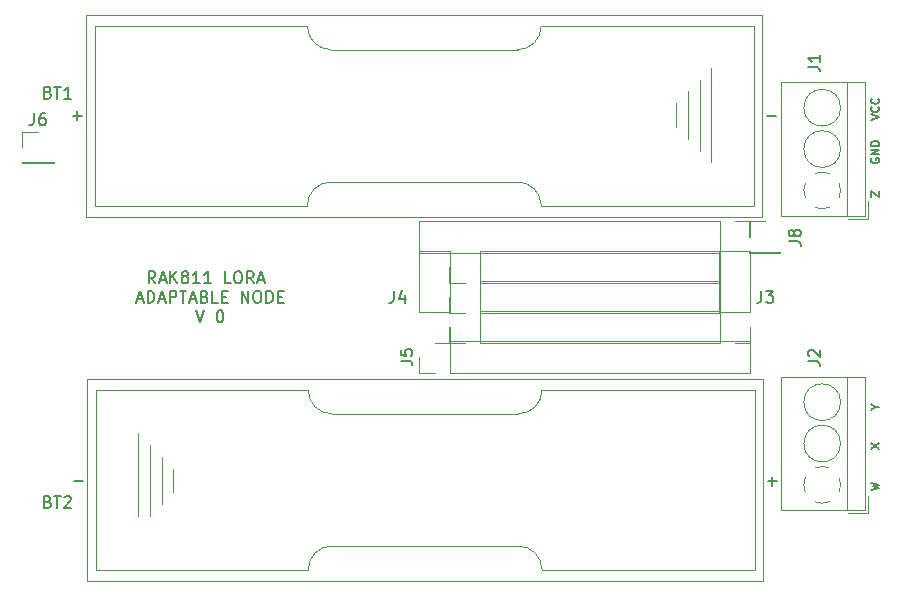
<source format=gbr>
G04 #@! TF.GenerationSoftware,KiCad,Pcbnew,5.1.5-52549c5~86~ubuntu18.04.1*
G04 #@! TF.CreationDate,2020-08-17T23:59:02-05:00*
G04 #@! TF.ProjectId,RAK811_LORA_ADAPTABLE_NODE,52414b38-3131-45f4-9c4f-52415f414441,rev?*
G04 #@! TF.SameCoordinates,Original*
G04 #@! TF.FileFunction,Legend,Top*
G04 #@! TF.FilePolarity,Positive*
%FSLAX46Y46*%
G04 Gerber Fmt 4.6, Leading zero omitted, Abs format (unit mm)*
G04 Created by KiCad (PCBNEW 5.1.5-52549c5~86~ubuntu18.04.1) date 2020-08-17 23:59:02*
%MOMM*%
%LPD*%
G04 APERTURE LIST*
%ADD10C,0.150000*%
%ADD11C,0.120000*%
%ADD12O,1.802000X1.802000*%
%ADD13C,1.802000*%
%ADD14C,2.502000*%
%ADD15R,2.502000X2.502000*%
%ADD16C,2.102000*%
%ADD17C,2.742000*%
%ADD18C,3.102000*%
G04 APERTURE END LIST*
D10*
X174041666Y-140760000D02*
X174741666Y-140593333D01*
X174241666Y-140460000D01*
X174741666Y-140326666D01*
X174041666Y-140160000D01*
X174041666Y-137293333D02*
X174741666Y-136826666D01*
X174041666Y-136826666D02*
X174741666Y-137293333D01*
X174408333Y-133760000D02*
X174741666Y-133760000D01*
X174041666Y-133993333D02*
X174408333Y-133760000D01*
X174041666Y-133526666D01*
X174041666Y-115926666D02*
X174041666Y-115460000D01*
X174741666Y-115926666D01*
X174741666Y-115460000D01*
X174075000Y-112693333D02*
X174041666Y-112760000D01*
X174041666Y-112860000D01*
X174075000Y-112960000D01*
X174141666Y-113026666D01*
X174208333Y-113060000D01*
X174341666Y-113093333D01*
X174441666Y-113093333D01*
X174575000Y-113060000D01*
X174641666Y-113026666D01*
X174708333Y-112960000D01*
X174741666Y-112860000D01*
X174741666Y-112793333D01*
X174708333Y-112693333D01*
X174675000Y-112660000D01*
X174441666Y-112660000D01*
X174441666Y-112793333D01*
X174741666Y-112360000D02*
X174041666Y-112360000D01*
X174741666Y-111960000D01*
X174041666Y-111960000D01*
X174741666Y-111626666D02*
X174041666Y-111626666D01*
X174041666Y-111460000D01*
X174075000Y-111360000D01*
X174141666Y-111293333D01*
X174208333Y-111260000D01*
X174341666Y-111226666D01*
X174441666Y-111226666D01*
X174575000Y-111260000D01*
X174641666Y-111293333D01*
X174708333Y-111360000D01*
X174741666Y-111460000D01*
X174741666Y-111626666D01*
X174041666Y-109426666D02*
X174741666Y-109193333D01*
X174041666Y-108960000D01*
X174675000Y-108326666D02*
X174708333Y-108360000D01*
X174741666Y-108460000D01*
X174741666Y-108526666D01*
X174708333Y-108626666D01*
X174641666Y-108693333D01*
X174575000Y-108726666D01*
X174441666Y-108760000D01*
X174341666Y-108760000D01*
X174208333Y-108726666D01*
X174141666Y-108693333D01*
X174075000Y-108626666D01*
X174041666Y-108526666D01*
X174041666Y-108460000D01*
X174075000Y-108360000D01*
X174108333Y-108326666D01*
X174675000Y-107626666D02*
X174708333Y-107660000D01*
X174741666Y-107760000D01*
X174741666Y-107826666D01*
X174708333Y-107926666D01*
X174641666Y-107993333D01*
X174575000Y-108026666D01*
X174441666Y-108060000D01*
X174341666Y-108060000D01*
X174208333Y-108026666D01*
X174141666Y-107993333D01*
X174075000Y-107926666D01*
X174041666Y-107826666D01*
X174041666Y-107760000D01*
X174075000Y-107660000D01*
X174108333Y-107626666D01*
X113443333Y-123262380D02*
X113110000Y-122786190D01*
X112871904Y-123262380D02*
X112871904Y-122262380D01*
X113252857Y-122262380D01*
X113348095Y-122310000D01*
X113395714Y-122357619D01*
X113443333Y-122452857D01*
X113443333Y-122595714D01*
X113395714Y-122690952D01*
X113348095Y-122738571D01*
X113252857Y-122786190D01*
X112871904Y-122786190D01*
X113824285Y-122976666D02*
X114300476Y-122976666D01*
X113729047Y-123262380D02*
X114062380Y-122262380D01*
X114395714Y-123262380D01*
X114729047Y-123262380D02*
X114729047Y-122262380D01*
X115300476Y-123262380D02*
X114871904Y-122690952D01*
X115300476Y-122262380D02*
X114729047Y-122833809D01*
X115871904Y-122690952D02*
X115776666Y-122643333D01*
X115729047Y-122595714D01*
X115681428Y-122500476D01*
X115681428Y-122452857D01*
X115729047Y-122357619D01*
X115776666Y-122310000D01*
X115871904Y-122262380D01*
X116062380Y-122262380D01*
X116157619Y-122310000D01*
X116205238Y-122357619D01*
X116252857Y-122452857D01*
X116252857Y-122500476D01*
X116205238Y-122595714D01*
X116157619Y-122643333D01*
X116062380Y-122690952D01*
X115871904Y-122690952D01*
X115776666Y-122738571D01*
X115729047Y-122786190D01*
X115681428Y-122881428D01*
X115681428Y-123071904D01*
X115729047Y-123167142D01*
X115776666Y-123214761D01*
X115871904Y-123262380D01*
X116062380Y-123262380D01*
X116157619Y-123214761D01*
X116205238Y-123167142D01*
X116252857Y-123071904D01*
X116252857Y-122881428D01*
X116205238Y-122786190D01*
X116157619Y-122738571D01*
X116062380Y-122690952D01*
X117205238Y-123262380D02*
X116633809Y-123262380D01*
X116919523Y-123262380D02*
X116919523Y-122262380D01*
X116824285Y-122405238D01*
X116729047Y-122500476D01*
X116633809Y-122548095D01*
X118157619Y-123262380D02*
X117586190Y-123262380D01*
X117871904Y-123262380D02*
X117871904Y-122262380D01*
X117776666Y-122405238D01*
X117681428Y-122500476D01*
X117586190Y-122548095D01*
X119824285Y-123262380D02*
X119348095Y-123262380D01*
X119348095Y-122262380D01*
X120348095Y-122262380D02*
X120538571Y-122262380D01*
X120633809Y-122310000D01*
X120729047Y-122405238D01*
X120776666Y-122595714D01*
X120776666Y-122929047D01*
X120729047Y-123119523D01*
X120633809Y-123214761D01*
X120538571Y-123262380D01*
X120348095Y-123262380D01*
X120252857Y-123214761D01*
X120157619Y-123119523D01*
X120110000Y-122929047D01*
X120110000Y-122595714D01*
X120157619Y-122405238D01*
X120252857Y-122310000D01*
X120348095Y-122262380D01*
X121776666Y-123262380D02*
X121443333Y-122786190D01*
X121205238Y-123262380D02*
X121205238Y-122262380D01*
X121586190Y-122262380D01*
X121681428Y-122310000D01*
X121729047Y-122357619D01*
X121776666Y-122452857D01*
X121776666Y-122595714D01*
X121729047Y-122690952D01*
X121681428Y-122738571D01*
X121586190Y-122786190D01*
X121205238Y-122786190D01*
X122157619Y-122976666D02*
X122633809Y-122976666D01*
X122062380Y-123262380D02*
X122395714Y-122262380D01*
X122729047Y-123262380D01*
X111895714Y-124626666D02*
X112371904Y-124626666D01*
X111800476Y-124912380D02*
X112133809Y-123912380D01*
X112467142Y-124912380D01*
X112800476Y-124912380D02*
X112800476Y-123912380D01*
X113038571Y-123912380D01*
X113181428Y-123960000D01*
X113276666Y-124055238D01*
X113324285Y-124150476D01*
X113371904Y-124340952D01*
X113371904Y-124483809D01*
X113324285Y-124674285D01*
X113276666Y-124769523D01*
X113181428Y-124864761D01*
X113038571Y-124912380D01*
X112800476Y-124912380D01*
X113752857Y-124626666D02*
X114229047Y-124626666D01*
X113657619Y-124912380D02*
X113990952Y-123912380D01*
X114324285Y-124912380D01*
X114657619Y-124912380D02*
X114657619Y-123912380D01*
X115038571Y-123912380D01*
X115133809Y-123960000D01*
X115181428Y-124007619D01*
X115229047Y-124102857D01*
X115229047Y-124245714D01*
X115181428Y-124340952D01*
X115133809Y-124388571D01*
X115038571Y-124436190D01*
X114657619Y-124436190D01*
X115514761Y-123912380D02*
X116086190Y-123912380D01*
X115800476Y-124912380D02*
X115800476Y-123912380D01*
X116371904Y-124626666D02*
X116848095Y-124626666D01*
X116276666Y-124912380D02*
X116610000Y-123912380D01*
X116943333Y-124912380D01*
X117610000Y-124388571D02*
X117752857Y-124436190D01*
X117800476Y-124483809D01*
X117848095Y-124579047D01*
X117848095Y-124721904D01*
X117800476Y-124817142D01*
X117752857Y-124864761D01*
X117657619Y-124912380D01*
X117276666Y-124912380D01*
X117276666Y-123912380D01*
X117610000Y-123912380D01*
X117705238Y-123960000D01*
X117752857Y-124007619D01*
X117800476Y-124102857D01*
X117800476Y-124198095D01*
X117752857Y-124293333D01*
X117705238Y-124340952D01*
X117610000Y-124388571D01*
X117276666Y-124388571D01*
X118752857Y-124912380D02*
X118276666Y-124912380D01*
X118276666Y-123912380D01*
X119086190Y-124388571D02*
X119419523Y-124388571D01*
X119562380Y-124912380D02*
X119086190Y-124912380D01*
X119086190Y-123912380D01*
X119562380Y-123912380D01*
X120752857Y-124912380D02*
X120752857Y-123912380D01*
X121324285Y-124912380D01*
X121324285Y-123912380D01*
X121990952Y-123912380D02*
X122181428Y-123912380D01*
X122276666Y-123960000D01*
X122371904Y-124055238D01*
X122419523Y-124245714D01*
X122419523Y-124579047D01*
X122371904Y-124769523D01*
X122276666Y-124864761D01*
X122181428Y-124912380D01*
X121990952Y-124912380D01*
X121895714Y-124864761D01*
X121800476Y-124769523D01*
X121752857Y-124579047D01*
X121752857Y-124245714D01*
X121800476Y-124055238D01*
X121895714Y-123960000D01*
X121990952Y-123912380D01*
X122848095Y-124912380D02*
X122848095Y-123912380D01*
X123086190Y-123912380D01*
X123229047Y-123960000D01*
X123324285Y-124055238D01*
X123371904Y-124150476D01*
X123419523Y-124340952D01*
X123419523Y-124483809D01*
X123371904Y-124674285D01*
X123324285Y-124769523D01*
X123229047Y-124864761D01*
X123086190Y-124912380D01*
X122848095Y-124912380D01*
X123848095Y-124388571D02*
X124181428Y-124388571D01*
X124324285Y-124912380D02*
X123848095Y-124912380D01*
X123848095Y-123912380D01*
X124324285Y-123912380D01*
X116919523Y-125562380D02*
X117252857Y-126562380D01*
X117586190Y-125562380D01*
X118871904Y-125562380D02*
X118967142Y-125562380D01*
X119062380Y-125610000D01*
X119110000Y-125657619D01*
X119157619Y-125752857D01*
X119205238Y-125943333D01*
X119205238Y-126181428D01*
X119157619Y-126371904D01*
X119110000Y-126467142D01*
X119062380Y-126514761D01*
X118967142Y-126562380D01*
X118871904Y-126562380D01*
X118776666Y-126514761D01*
X118729047Y-126467142D01*
X118681428Y-126371904D01*
X118633809Y-126181428D01*
X118633809Y-125943333D01*
X118681428Y-125752857D01*
X118729047Y-125657619D01*
X118776666Y-125610000D01*
X118871904Y-125562380D01*
D11*
X138305000Y-123215000D02*
X138305000Y-121885000D01*
X139635000Y-123215000D02*
X138305000Y-123215000D01*
X140905000Y-123215000D02*
X140905000Y-120555000D01*
X140905000Y-120555000D02*
X161285000Y-120555000D01*
X140905000Y-123215000D02*
X161285000Y-123215000D01*
X161285000Y-123215000D02*
X161285000Y-120555000D01*
X138305000Y-125755000D02*
X138305000Y-124425000D01*
X139635000Y-125755000D02*
X138305000Y-125755000D01*
X140905000Y-125755000D02*
X140905000Y-123095000D01*
X140905000Y-123095000D02*
X161285000Y-123095000D01*
X140905000Y-125755000D02*
X161285000Y-125755000D01*
X161285000Y-125755000D02*
X161285000Y-123095000D01*
X138305000Y-128295000D02*
X138305000Y-126965000D01*
X139635000Y-128295000D02*
X138305000Y-128295000D01*
X140905000Y-128295000D02*
X140905000Y-125635000D01*
X140905000Y-125635000D02*
X161285000Y-125635000D01*
X140905000Y-128295000D02*
X161285000Y-128295000D01*
X161285000Y-128295000D02*
X161285000Y-125635000D01*
X102175000Y-110430000D02*
X103505000Y-110430000D01*
X102175000Y-111760000D02*
X102175000Y-110430000D01*
X102175000Y-113030000D02*
X104835000Y-113030000D01*
X104835000Y-113030000D02*
X104835000Y-113090000D01*
X102175000Y-113030000D02*
X102175000Y-113090000D01*
X102175000Y-113090000D02*
X104835000Y-113090000D01*
X163705000Y-118015000D02*
X165035000Y-118015000D01*
X163705000Y-119345000D02*
X163705000Y-118015000D01*
X163705000Y-120615000D02*
X166365000Y-120615000D01*
X166365000Y-120615000D02*
X166365000Y-120675000D01*
X163705000Y-120615000D02*
X163705000Y-120675000D01*
X163705000Y-120675000D02*
X166365000Y-120675000D01*
X173810000Y-117800000D02*
X173810000Y-116300000D01*
X172070000Y-117800000D02*
X173810000Y-117800000D01*
X166450000Y-106240000D02*
X173570000Y-106240000D01*
X166450000Y-117560000D02*
X173570000Y-117560000D01*
X173570000Y-117560000D02*
X173570000Y-106240000D01*
X166450000Y-117560000D02*
X166450000Y-106240000D01*
X172010000Y-117560000D02*
X172010000Y-106240000D01*
X171465000Y-108400000D02*
G75*
G03X171465000Y-108400000I-1555000J0D01*
G01*
X171465000Y-111900000D02*
G75*
G03X171465000Y-111900000I-1555000J0D01*
G01*
X171465492Y-115372989D02*
G75*
G02X171342000Y-116008000I-1555492J-27011D01*
G01*
X170517742Y-116832109D02*
G75*
G02X169302000Y-116832000I-607742J1432109D01*
G01*
X168477891Y-116007742D02*
G75*
G02X168478000Y-114792000I1432109J607742D01*
G01*
X169302258Y-113967891D02*
G75*
G02X170518000Y-113968000I607742J-1432109D01*
G01*
X171341385Y-114792413D02*
G75*
G02X171465000Y-115400000I-1431385J-607587D01*
G01*
X163825000Y-118015000D02*
X163825000Y-119345000D01*
X162495000Y-118015000D02*
X163825000Y-118015000D01*
X161225000Y-118015000D02*
X161225000Y-120675000D01*
X161225000Y-120675000D02*
X135765000Y-120675000D01*
X161225000Y-118015000D02*
X135765000Y-118015000D01*
X135765000Y-118015000D02*
X135765000Y-120675000D01*
X135765000Y-130835000D02*
X135765000Y-129505000D01*
X137095000Y-130835000D02*
X135765000Y-130835000D01*
X138365000Y-130835000D02*
X138365000Y-128175000D01*
X138365000Y-128175000D02*
X163825000Y-128175000D01*
X138365000Y-130835000D02*
X163825000Y-130835000D01*
X163825000Y-130835000D02*
X163825000Y-128175000D01*
X138425000Y-128295000D02*
X137095000Y-128295000D01*
X138425000Y-126965000D02*
X138425000Y-128295000D01*
X138425000Y-125695000D02*
X135765000Y-125695000D01*
X135765000Y-125695000D02*
X135765000Y-120555000D01*
X138425000Y-125695000D02*
X138425000Y-120555000D01*
X138425000Y-120555000D02*
X135765000Y-120555000D01*
X163825000Y-128295000D02*
X162495000Y-128295000D01*
X163825000Y-126965000D02*
X163825000Y-128295000D01*
X163825000Y-125695000D02*
X161165000Y-125695000D01*
X161165000Y-125695000D02*
X161165000Y-120555000D01*
X163825000Y-125695000D02*
X163825000Y-120555000D01*
X163825000Y-120555000D02*
X161165000Y-120555000D01*
X158530000Y-107025000D02*
X158530000Y-111025000D01*
X159530000Y-112025000D02*
X159530000Y-106025000D01*
X160530000Y-105025000D02*
X160530000Y-113025000D01*
X157530000Y-108025000D02*
X157530000Y-110025000D01*
X164840000Y-100520000D02*
X164840000Y-117650000D01*
X164840000Y-117650000D02*
X107600000Y-117650000D01*
X107600000Y-117650000D02*
X107600000Y-100520000D01*
X107600000Y-100520000D02*
X164840000Y-100520000D01*
X108320000Y-101485000D02*
X108320000Y-116685000D01*
X108320000Y-116685000D02*
X126320000Y-116685000D01*
X164120000Y-101485000D02*
X164120000Y-116685000D01*
X108320000Y-101485000D02*
X126320000Y-101485000D01*
X146120000Y-101485000D02*
X164120000Y-101485000D01*
X146120000Y-116685000D02*
X164120000Y-116685000D01*
X126320000Y-116685000D02*
G75*
G02X128320000Y-114685000I2000000J0D01*
G01*
X144120000Y-114685000D02*
G75*
G02X146120000Y-116685000I0J-2000000D01*
G01*
X146120000Y-101485000D02*
G75*
G02X144120000Y-103485000I-2000000J0D01*
G01*
X128320000Y-103485000D02*
G75*
G02X126320000Y-101485000I0J2000000D01*
G01*
X128320000Y-103485000D02*
X144120000Y-103485000D01*
X144120000Y-114685000D02*
X128320000Y-114685000D01*
X173810000Y-142735000D02*
X173810000Y-141235000D01*
X172070000Y-142735000D02*
X173810000Y-142735000D01*
X166450000Y-131175000D02*
X173570000Y-131175000D01*
X166450000Y-142495000D02*
X173570000Y-142495000D01*
X173570000Y-142495000D02*
X173570000Y-131175000D01*
X166450000Y-142495000D02*
X166450000Y-131175000D01*
X172010000Y-142495000D02*
X172010000Y-131175000D01*
X171465000Y-133335000D02*
G75*
G03X171465000Y-133335000I-1555000J0D01*
G01*
X171465000Y-136835000D02*
G75*
G03X171465000Y-136835000I-1555000J0D01*
G01*
X171465492Y-140307989D02*
G75*
G02X171342000Y-140943000I-1555492J-27011D01*
G01*
X170517742Y-141767109D02*
G75*
G02X169302000Y-141767000I-607742J1432109D01*
G01*
X168477891Y-140942742D02*
G75*
G02X168478000Y-139727000I1432109J607742D01*
G01*
X169302258Y-138902891D02*
G75*
G02X170518000Y-138903000I607742J-1432109D01*
G01*
X171341385Y-139727413D02*
G75*
G02X171465000Y-140335000I-1431385J-607587D01*
G01*
X113980000Y-141975000D02*
X113980000Y-137975000D01*
X112980000Y-136975000D02*
X112980000Y-142975000D01*
X111980000Y-143975000D02*
X111980000Y-135975000D01*
X114980000Y-140975000D02*
X114980000Y-138975000D01*
X107670000Y-148480000D02*
X107670000Y-131350000D01*
X107670000Y-131350000D02*
X164910000Y-131350000D01*
X164910000Y-131350000D02*
X164910000Y-148480000D01*
X164910000Y-148480000D02*
X107670000Y-148480000D01*
X164190000Y-147515000D02*
X164190000Y-132315000D01*
X164190000Y-132315000D02*
X146190000Y-132315000D01*
X108390000Y-147515000D02*
X108390000Y-132315000D01*
X164190000Y-147515000D02*
X146190000Y-147515000D01*
X126390000Y-147515000D02*
X108390000Y-147515000D01*
X126390000Y-132315000D02*
X108390000Y-132315000D01*
X146190000Y-132315000D02*
G75*
G02X144190000Y-134315000I-2000000J0D01*
G01*
X128390000Y-134315000D02*
G75*
G02X126390000Y-132315000I0J2000000D01*
G01*
X126390000Y-147515000D02*
G75*
G02X128390000Y-145515000I2000000J0D01*
G01*
X144190000Y-145515000D02*
G75*
G02X146190000Y-147515000I0J-2000000D01*
G01*
X144190000Y-145515000D02*
X128390000Y-145515000D01*
X128390000Y-134315000D02*
X144190000Y-134315000D01*
D10*
X103171666Y-108882380D02*
X103171666Y-109596666D01*
X103124047Y-109739523D01*
X103028809Y-109834761D01*
X102885952Y-109882380D01*
X102790714Y-109882380D01*
X104076428Y-108882380D02*
X103885952Y-108882380D01*
X103790714Y-108930000D01*
X103743095Y-108977619D01*
X103647857Y-109120476D01*
X103600238Y-109310952D01*
X103600238Y-109691904D01*
X103647857Y-109787142D01*
X103695476Y-109834761D01*
X103790714Y-109882380D01*
X103981190Y-109882380D01*
X104076428Y-109834761D01*
X104124047Y-109787142D01*
X104171666Y-109691904D01*
X104171666Y-109453809D01*
X104124047Y-109358571D01*
X104076428Y-109310952D01*
X103981190Y-109263333D01*
X103790714Y-109263333D01*
X103695476Y-109310952D01*
X103647857Y-109358571D01*
X103600238Y-109453809D01*
X168727380Y-104938333D02*
X169441666Y-104938333D01*
X169584523Y-104985952D01*
X169679761Y-105081190D01*
X169727380Y-105224047D01*
X169727380Y-105319285D01*
X169727380Y-103938333D02*
X169727380Y-104509761D01*
X169727380Y-104224047D02*
X168727380Y-104224047D01*
X168870238Y-104319285D01*
X168965476Y-104414523D01*
X169013095Y-104509761D01*
X167092380Y-119713333D02*
X167806666Y-119713333D01*
X167949523Y-119760952D01*
X168044761Y-119856190D01*
X168092380Y-119999047D01*
X168092380Y-120094285D01*
X167520952Y-119094285D02*
X167473333Y-119189523D01*
X167425714Y-119237142D01*
X167330476Y-119284761D01*
X167282857Y-119284761D01*
X167187619Y-119237142D01*
X167140000Y-119189523D01*
X167092380Y-119094285D01*
X167092380Y-118903809D01*
X167140000Y-118808571D01*
X167187619Y-118760952D01*
X167282857Y-118713333D01*
X167330476Y-118713333D01*
X167425714Y-118760952D01*
X167473333Y-118808571D01*
X167520952Y-118903809D01*
X167520952Y-119094285D01*
X167568571Y-119189523D01*
X167616190Y-119237142D01*
X167711428Y-119284761D01*
X167901904Y-119284761D01*
X167997142Y-119237142D01*
X168044761Y-119189523D01*
X168092380Y-119094285D01*
X168092380Y-118903809D01*
X168044761Y-118808571D01*
X167997142Y-118760952D01*
X167901904Y-118713333D01*
X167711428Y-118713333D01*
X167616190Y-118760952D01*
X167568571Y-118808571D01*
X167520952Y-118903809D01*
X134217380Y-129838333D02*
X134931666Y-129838333D01*
X135074523Y-129885952D01*
X135169761Y-129981190D01*
X135217380Y-130124047D01*
X135217380Y-130219285D01*
X134217380Y-128885952D02*
X134217380Y-129362142D01*
X134693571Y-129409761D01*
X134645952Y-129362142D01*
X134598333Y-129266904D01*
X134598333Y-129028809D01*
X134645952Y-128933571D01*
X134693571Y-128885952D01*
X134788809Y-128838333D01*
X135026904Y-128838333D01*
X135122142Y-128885952D01*
X135169761Y-128933571D01*
X135217380Y-129028809D01*
X135217380Y-129266904D01*
X135169761Y-129362142D01*
X135122142Y-129409761D01*
X133651666Y-123912380D02*
X133651666Y-124626666D01*
X133604047Y-124769523D01*
X133508809Y-124864761D01*
X133365952Y-124912380D01*
X133270714Y-124912380D01*
X134556428Y-124245714D02*
X134556428Y-124912380D01*
X134318333Y-123864761D02*
X134080238Y-124579047D01*
X134699285Y-124579047D01*
X164766666Y-123912380D02*
X164766666Y-124626666D01*
X164719047Y-124769523D01*
X164623809Y-124864761D01*
X164480952Y-124912380D01*
X164385714Y-124912380D01*
X165147619Y-123912380D02*
X165766666Y-123912380D01*
X165433333Y-124293333D01*
X165576190Y-124293333D01*
X165671428Y-124340952D01*
X165719047Y-124388571D01*
X165766666Y-124483809D01*
X165766666Y-124721904D01*
X165719047Y-124817142D01*
X165671428Y-124864761D01*
X165576190Y-124912380D01*
X165290476Y-124912380D01*
X165195238Y-124864761D01*
X165147619Y-124817142D01*
X104354285Y-107108571D02*
X104497142Y-107156190D01*
X104544761Y-107203809D01*
X104592380Y-107299047D01*
X104592380Y-107441904D01*
X104544761Y-107537142D01*
X104497142Y-107584761D01*
X104401904Y-107632380D01*
X104020952Y-107632380D01*
X104020952Y-106632380D01*
X104354285Y-106632380D01*
X104449523Y-106680000D01*
X104497142Y-106727619D01*
X104544761Y-106822857D01*
X104544761Y-106918095D01*
X104497142Y-107013333D01*
X104449523Y-107060952D01*
X104354285Y-107108571D01*
X104020952Y-107108571D01*
X104878095Y-106632380D02*
X105449523Y-106632380D01*
X105163809Y-107632380D02*
X105163809Y-106632380D01*
X106306666Y-107632380D02*
X105735238Y-107632380D01*
X106020952Y-107632380D02*
X106020952Y-106632380D01*
X105925714Y-106775238D01*
X105830476Y-106870476D01*
X105735238Y-106918095D01*
X106439047Y-109096428D02*
X107200952Y-109096428D01*
X106820000Y-109477380D02*
X106820000Y-108715476D01*
X165209047Y-109096428D02*
X165970952Y-109096428D01*
X168727380Y-129873333D02*
X169441666Y-129873333D01*
X169584523Y-129920952D01*
X169679761Y-130016190D01*
X169727380Y-130159047D01*
X169727380Y-130254285D01*
X168822619Y-129444761D02*
X168775000Y-129397142D01*
X168727380Y-129301904D01*
X168727380Y-129063809D01*
X168775000Y-128968571D01*
X168822619Y-128920952D01*
X168917857Y-128873333D01*
X169013095Y-128873333D01*
X169155952Y-128920952D01*
X169727380Y-129492380D01*
X169727380Y-128873333D01*
X104354285Y-141748571D02*
X104497142Y-141796190D01*
X104544761Y-141843809D01*
X104592380Y-141939047D01*
X104592380Y-142081904D01*
X104544761Y-142177142D01*
X104497142Y-142224761D01*
X104401904Y-142272380D01*
X104020952Y-142272380D01*
X104020952Y-141272380D01*
X104354285Y-141272380D01*
X104449523Y-141320000D01*
X104497142Y-141367619D01*
X104544761Y-141462857D01*
X104544761Y-141558095D01*
X104497142Y-141653333D01*
X104449523Y-141700952D01*
X104354285Y-141748571D01*
X104020952Y-141748571D01*
X104878095Y-141272380D02*
X105449523Y-141272380D01*
X105163809Y-142272380D02*
X105163809Y-141272380D01*
X105735238Y-141367619D02*
X105782857Y-141320000D01*
X105878095Y-141272380D01*
X106116190Y-141272380D01*
X106211428Y-141320000D01*
X106259047Y-141367619D01*
X106306666Y-141462857D01*
X106306666Y-141558095D01*
X106259047Y-141700952D01*
X105687619Y-142272380D01*
X106306666Y-142272380D01*
X165309047Y-140046428D02*
X166070952Y-140046428D01*
X165690000Y-140427380D02*
X165690000Y-139665476D01*
X106539047Y-140046428D02*
X107300952Y-140046428D01*
%LPC*%
D12*
X159955000Y-121885000D03*
X157415000Y-121885000D03*
X154875000Y-121885000D03*
X152335000Y-121885000D03*
X149795000Y-121885000D03*
X147255000Y-121885000D03*
X144715000Y-121885000D03*
X142175000Y-121885000D03*
D13*
X139635000Y-121885000D03*
D12*
X159955000Y-124425000D03*
X157415000Y-124425000D03*
X154875000Y-124425000D03*
X152335000Y-124425000D03*
X149795000Y-124425000D03*
X147255000Y-124425000D03*
X144715000Y-124425000D03*
X142175000Y-124425000D03*
D13*
X139635000Y-124425000D03*
D12*
X159955000Y-126965000D03*
X157415000Y-126965000D03*
X154875000Y-126965000D03*
X152335000Y-126965000D03*
X149795000Y-126965000D03*
X147255000Y-126965000D03*
X144715000Y-126965000D03*
X142175000Y-126965000D03*
D13*
X139635000Y-126965000D03*
X103505000Y-111760000D03*
X165035000Y-119345000D03*
D14*
X169910000Y-108400000D03*
X169910000Y-111900000D03*
D15*
X169910000Y-115400000D03*
D12*
X137095000Y-119345000D03*
X139635000Y-119345000D03*
X142175000Y-119345000D03*
X144715000Y-119345000D03*
X147255000Y-119345000D03*
X149795000Y-119345000D03*
X152335000Y-119345000D03*
X154875000Y-119345000D03*
X157415000Y-119345000D03*
X159955000Y-119345000D03*
D13*
X162495000Y-119345000D03*
D12*
X162495000Y-129505000D03*
X159955000Y-129505000D03*
X157415000Y-129505000D03*
X154875000Y-129505000D03*
X152335000Y-129505000D03*
X149795000Y-129505000D03*
X147255000Y-129505000D03*
X144715000Y-129505000D03*
X142175000Y-129505000D03*
X139635000Y-129505000D03*
D13*
X137095000Y-129505000D03*
D12*
X137095000Y-121885000D03*
X137095000Y-124425000D03*
D13*
X137095000Y-126965000D03*
D12*
X162495000Y-121885000D03*
X162495000Y-124425000D03*
D13*
X162495000Y-126965000D03*
D16*
X110220000Y-109085000D03*
X162210000Y-109085000D03*
D17*
X159450000Y-115080000D03*
X112970000Y-103090000D03*
D14*
X169910000Y-133335000D03*
X169910000Y-136835000D03*
D15*
X169910000Y-140335000D03*
D16*
X162290000Y-139915000D03*
X110300000Y-139915000D03*
D17*
X113060000Y-133920000D03*
X159540000Y-145910000D03*
D18*
X105500000Y-124500000D03*
X112500000Y-144500000D03*
X162500000Y-104500000D03*
X169500000Y-124500000D03*
M02*

</source>
